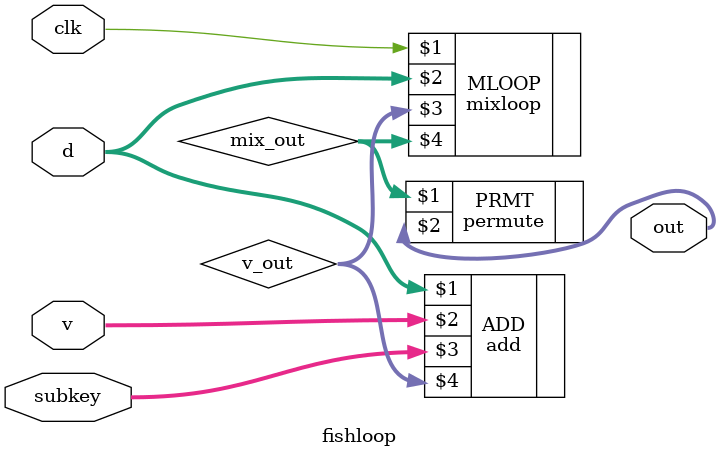
<source format=v>
`timescale 1ns / 1ps


module fishloop(clk, d, v, subkey, out);
    input clk;
    input [7:0] d;
    input [1023:0] v;
    input [1023:0] subkey;
    output [1023:0] out;
    
    wire [1023:0] v_out;
    //reg [1023:0] vv;
    wire [1023:0] mix_out;
    //reg [1023:0] f;
    
    add ADD(d,v,subkey,v_out);
    mixloop MLOOP(clk, d, v_out, mix_out);
    permute PRMT(mix_out, out);
    
   /* always @ (posedge clk)
		vv <= v_out;
		
    always @ (posedge clk)
		f <= mix_out;
	*/	
endmodule
</source>
